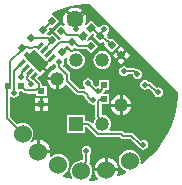
<source format=gbl>
G04*
G04 #@! TF.GenerationSoftware,Altium Limited,Altium Designer,20.0.13 (296)*
G04*
G04 Layer_Physical_Order=2*
G04 Layer_Color=1930808*
%FSLAX25Y25*%
%MOIN*%
G70*
G01*
G75*
%ADD12P,0.03062X4X270.0*%
%ADD14R,0.02165X0.02165*%
%ADD31C,0.00800*%
%ADD33C,0.04693*%
%ADD34R,0.04693X0.04693*%
%ADD35C,0.06000*%
%ADD36C,0.02000*%
%ADD37R,0.02165X0.02165*%
G04:AMPARAMS|DCode=38|XSize=27.56mil|YSize=11.81mil|CornerRadius=0mil|HoleSize=0mil|Usage=FLASHONLY|Rotation=225.000|XOffset=0mil|YOffset=0mil|HoleType=Round|Shape=Rectangle|*
%AMROTATEDRECTD38*
4,1,4,0.00557,0.01392,0.01392,0.00557,-0.00557,-0.01392,-0.01392,-0.00557,0.00557,0.01392,0.0*
%
%ADD38ROTATEDRECTD38*%

G04:AMPARAMS|DCode=39|XSize=66.93mil|YSize=39.37mil|CornerRadius=0mil|HoleSize=0mil|Usage=FLASHONLY|Rotation=135.000|XOffset=0mil|YOffset=0mil|HoleType=Round|Shape=Rectangle|*
%AMROTATEDRECTD39*
4,1,4,0.03758,-0.00974,0.00974,-0.03758,-0.03758,0.00974,-0.00974,0.03758,0.03758,-0.00974,0.0*
%
%ADD39ROTATEDRECTD39*%

%ADD40P,0.03062X4X180.0*%
G04:AMPARAMS|DCode=41|XSize=25.59mil|YSize=21.46mil|CornerRadius=0mil|HoleSize=0mil|Usage=FLASHONLY|Rotation=45.000|XOffset=0mil|YOffset=0mil|HoleType=Round|Shape=Rectangle|*
%AMROTATEDRECTD41*
4,1,4,-0.00146,-0.01663,-0.01663,-0.00146,0.00146,0.01663,0.01663,0.00146,-0.00146,-0.01663,0.0*
%
%ADD41ROTATEDRECTD41*%

%ADD42C,0.05709*%
G36*
X30122Y59377D02*
Y59377D01*
X30449Y59051D01*
X59500Y30000D01*
X59500Y28425D01*
X59163Y25294D01*
X58494Y22217D01*
X57499Y19228D01*
X56191Y16364D01*
X54584Y13655D01*
X52697Y11134D01*
X50551Y8829D01*
X48171Y6767D01*
X47398Y6230D01*
X46931Y6515D01*
X47017Y7165D01*
X46893Y8105D01*
X46530Y8981D01*
X45953Y9733D01*
X45201Y10310D01*
X44326Y10673D01*
X43386Y10796D01*
X42446Y10673D01*
X41570Y10310D01*
X40818Y9733D01*
X40241Y8981D01*
X39878Y8105D01*
X39755Y7165D01*
X39878Y6226D01*
X40241Y5350D01*
X40818Y4598D01*
X41570Y4021D01*
X42217Y3753D01*
Y3212D01*
X39910Y2256D01*
X39652Y2180D01*
X39282Y2592D01*
X39488Y3090D01*
X39559Y3634D01*
X31622D01*
X31694Y3090D01*
X32097Y2117D01*
X32738Y1281D01*
X32831Y1209D01*
X32687Y730D01*
X30648Y585D01*
X29893Y612D01*
X29740Y1088D01*
X29851Y1173D01*
X30428Y1925D01*
X30791Y2800D01*
X30915Y3740D01*
X30791Y4680D01*
X30428Y5556D01*
X29860Y6296D01*
X29942Y6419D01*
X30020Y6809D01*
Y9257D01*
X30154Y9347D01*
X30507Y9876D01*
X30631Y10500D01*
X30507Y11124D01*
X30154Y11654D01*
X29624Y12007D01*
X29000Y12131D01*
X28376Y12007D01*
X27847Y11654D01*
X27493Y11124D01*
X27369Y10500D01*
X27493Y9876D01*
X27847Y9347D01*
X27980Y9257D01*
Y7659D01*
X27604Y7329D01*
X27283Y7371D01*
X26344Y7248D01*
X25468Y6885D01*
X24716Y6308D01*
X24139Y5556D01*
X23776Y4680D01*
X23652Y3740D01*
X23776Y2800D01*
X24139Y1925D01*
X24331Y1674D01*
X24039Y1233D01*
X21331Y1924D01*
X21024Y2039D01*
X21014Y2576D01*
X21461Y2761D01*
X22213Y3338D01*
X22790Y4090D01*
X23153Y4966D01*
X23277Y5906D01*
X23153Y6845D01*
X22790Y7721D01*
X22213Y8473D01*
X21461Y9050D01*
X20585Y9413D01*
X19646Y9537D01*
X18706Y9413D01*
X17830Y9050D01*
X17230Y8589D01*
X16819Y8905D01*
X16889Y9074D01*
X16961Y9618D01*
X12992D01*
Y10118D01*
X12492D01*
Y14087D01*
X11948Y14015D01*
X10975Y13612D01*
X10656Y13367D01*
X10299Y13724D01*
X10822Y14405D01*
X11185Y15281D01*
X11308Y16220D01*
X11185Y17160D01*
X10822Y18036D01*
X10245Y18788D01*
X9493Y19365D01*
X8617Y19728D01*
X7677Y19851D01*
X6737Y19728D01*
X5941Y19398D01*
X3520Y21820D01*
Y28329D01*
X4020Y28556D01*
X4376Y28317D01*
X5000Y28193D01*
X5624Y28317D01*
X6154Y28671D01*
X6507Y29200D01*
X6631Y29825D01*
X6610Y29931D01*
X6927Y30317D01*
X7541D01*
X7762Y30096D01*
X8093Y29875D01*
X8483Y29798D01*
X9091D01*
X9263Y29683D01*
X9654Y29605D01*
X12281D01*
X12317Y29575D01*
Y28900D01*
X15683D01*
Y32265D01*
X14065D01*
Y32889D01*
X13988Y33279D01*
X13767Y33610D01*
X12618Y34759D01*
X13331Y35471D01*
X13474Y35328D01*
X15220Y37073D01*
X12146Y40146D01*
X12854Y40854D01*
X15927Y37780D01*
X16815Y38668D01*
X16954Y38529D01*
X17956Y39531D01*
X18447Y39443D01*
X18499Y39367D01*
X18846Y38846D01*
X18887Y38819D01*
X18949Y38292D01*
X18596Y37805D01*
X18406Y37780D01*
X17592Y37443D01*
X16893Y36906D01*
X16356Y36207D01*
X16019Y35393D01*
X15970Y35020D01*
X19279D01*
Y34520D01*
X19780D01*
Y31210D01*
X20153Y31259D01*
X20967Y31597D01*
X21666Y32133D01*
X21906Y32445D01*
X22569Y32489D01*
X25529Y29529D01*
X25860Y29308D01*
X26250Y29230D01*
X27828D01*
X28519Y28539D01*
Y28493D01*
X28597Y28103D01*
X28818Y27772D01*
X29453Y27137D01*
X29505Y26876D01*
X29859Y26346D01*
X30388Y25993D01*
X31012Y25869D01*
X31480Y25962D01*
X31980Y25667D01*
Y21849D01*
X32058Y21459D01*
X32070Y21440D01*
X31722Y20986D01*
X31425Y20269D01*
X31369Y19843D01*
X30841Y19664D01*
X30284Y20221D01*
X29953Y20442D01*
X29563Y20520D01*
X28446D01*
Y22446D01*
X22554D01*
Y16554D01*
X28446D01*
Y18480D01*
X29140D01*
X32188Y15433D01*
X32519Y15212D01*
X32909Y15134D01*
X40205D01*
X40560Y14779D01*
X40891Y14558D01*
X41281Y14480D01*
X43578D01*
X46049Y12009D01*
X46380Y11788D01*
X46578Y11748D01*
X46847Y11347D01*
X47376Y10993D01*
X48000Y10869D01*
X48624Y10993D01*
X49154Y11347D01*
X49507Y11876D01*
X49631Y12500D01*
X49507Y13124D01*
X49154Y13654D01*
X48624Y14007D01*
X48000Y14131D01*
X47376Y14007D01*
X47111Y13830D01*
X44721Y16221D01*
X44390Y16442D01*
X44000Y16520D01*
X41704D01*
X41349Y16874D01*
X41018Y17096D01*
X40628Y17173D01*
X36854D01*
X36607Y17673D01*
X36869Y18014D01*
X37166Y18731D01*
X37267Y19500D01*
X37166Y20269D01*
X36869Y20986D01*
X36397Y21601D01*
X35781Y22074D01*
X35065Y22371D01*
X34295Y22472D01*
X34020Y22714D01*
Y26065D01*
X36658D01*
Y29430D01*
X34774D01*
X34597Y29930D01*
X35013Y30347D01*
X35226Y30665D01*
X36658D01*
Y34030D01*
X33292D01*
Y32354D01*
X33000Y32114D01*
X32376Y31990D01*
X32122Y31820D01*
X31100Y32842D01*
X31131Y33000D01*
X31007Y33624D01*
X30654Y34154D01*
X30124Y34507D01*
X29500Y34631D01*
X28876Y34507D01*
X28346Y34154D01*
X27993Y33624D01*
X27869Y33000D01*
X27993Y32376D01*
X28346Y31846D01*
X28530Y31724D01*
X28335Y31253D01*
X28250Y31270D01*
X26672D01*
X23646Y34296D01*
Y35906D01*
X23568Y36296D01*
X23347Y36627D01*
X21476Y38498D01*
X21154Y38846D01*
X21507Y39376D01*
X21631Y40000D01*
X21507Y40624D01*
X21332Y40887D01*
X22074Y41629D01*
X22587Y41511D01*
X22624Y41471D01*
X22528Y40744D01*
X22629Y39975D01*
X22926Y39258D01*
X23399Y38643D01*
X24014Y38170D01*
X24731Y37874D01*
X25500Y37772D01*
X26269Y37874D01*
X26986Y38170D01*
X27601Y38643D01*
X28074Y39258D01*
X28371Y39975D01*
X28472Y40744D01*
X28371Y41513D01*
X28074Y42230D01*
X27601Y42845D01*
X26986Y43318D01*
X26269Y43615D01*
X25500Y43716D01*
X24731Y43615D01*
X24294Y43434D01*
X23910Y43385D01*
X23618Y43575D01*
X22700Y44493D01*
X21227Y43020D01*
X20520Y43727D01*
X22126Y45333D01*
X22239Y45607D01*
X22766D01*
X24126Y44247D01*
X25019Y45139D01*
X25542Y44616D01*
X25873Y44395D01*
X26263Y44317D01*
X29051D01*
X30374Y42994D01*
X32753Y45374D01*
X30374Y47753D01*
X29667Y47047D01*
X29279Y47365D01*
X29442Y47610D01*
X29520Y48000D01*
X29493Y48136D01*
X30349Y48993D01*
X30354Y48988D01*
X31088Y49722D01*
X31716Y49095D01*
X31247Y48626D01*
X33626Y46247D01*
X34343Y46964D01*
X34984Y46323D01*
X35029Y46239D01*
X35039Y45671D01*
X34994Y45626D01*
X37374Y43247D01*
X39753Y45626D01*
X37374Y48006D01*
X36996Y47628D01*
X36903Y47721D01*
X36572Y47942D01*
X36182Y48020D01*
X36172D01*
X35785Y48406D01*
X36006Y48626D01*
X35613Y49020D01*
X35758Y49582D01*
X36154Y49847D01*
X36507Y50376D01*
X36631Y51000D01*
X36507Y51624D01*
X36154Y52153D01*
X35624Y52507D01*
X35000Y52631D01*
X34376Y52507D01*
X33847Y52153D01*
X33493Y51624D01*
X32991Y51667D01*
X30646Y54012D01*
X28973Y52338D01*
X28549Y52622D01*
X28826Y53291D01*
X28958Y54297D01*
X28826Y55303D01*
X28438Y56241D01*
X28127Y56646D01*
X25424Y53943D01*
X25071Y54297D01*
X24717Y53943D01*
X22015Y56646D01*
X21704Y56241D01*
X21316Y55303D01*
X21183Y54297D01*
X21316Y53291D01*
X21704Y52353D01*
X21299Y52081D01*
X20626Y52753D01*
X18247Y50374D01*
X20474Y48146D01*
X20267Y47646D01*
X20018D01*
X19781Y47599D01*
X17626Y49753D01*
X16731Y48858D01*
X16417Y49068D01*
X16027Y49146D01*
X15926D01*
X15735Y49608D01*
X16753Y50626D01*
X16284Y51095D01*
X16905Y51716D01*
X17374Y51247D01*
X19753Y53626D01*
X17430Y55950D01*
X17410Y56491D01*
X19351Y57377D01*
X22339Y58372D01*
X25416Y59041D01*
X28547Y59378D01*
X30122D01*
X30122Y59377D01*
D02*
G37*
%LPC*%
G36*
X25071Y58184D02*
X24065Y58052D01*
X23127Y57664D01*
X22722Y57353D01*
X25071Y55004D01*
X27420Y57353D01*
X27015Y57664D01*
X26077Y58052D01*
X25071Y58184D01*
D02*
G37*
G36*
X40626Y45319D02*
X39507Y44200D01*
X40626Y43081D01*
X41745Y44200D01*
X40626Y45319D01*
D02*
G37*
G36*
X38800Y43493D02*
X37681Y42374D01*
X38800Y41254D01*
X39919Y42374D01*
X38800Y43493D01*
D02*
G37*
G36*
X42453D02*
X41333Y42374D01*
X42453Y41254D01*
X43572Y42374D01*
X42453Y43493D01*
D02*
G37*
G36*
X40626Y41666D02*
X39507Y40547D01*
X40626Y39428D01*
X41745Y40547D01*
X40626Y41666D01*
D02*
G37*
G36*
X34295Y43716D02*
X33526Y43615D01*
X32809Y43318D01*
X32194Y42845D01*
X31722Y42230D01*
X31425Y41513D01*
X31323Y40744D01*
X31425Y39975D01*
X31722Y39258D01*
X32194Y38643D01*
X32809Y38170D01*
X33526Y37874D01*
X34295Y37772D01*
X35065Y37874D01*
X35781Y38170D01*
X36397Y38643D01*
X36869Y39258D01*
X37166Y39975D01*
X37267Y40744D01*
X37166Y41513D01*
X36869Y42230D01*
X36397Y42845D01*
X35781Y43318D01*
X35065Y43615D01*
X34295Y43716D01*
D02*
G37*
G36*
X41500Y38631D02*
X40876Y38507D01*
X40347Y38153D01*
X39993Y37624D01*
X39869Y37000D01*
X39993Y36376D01*
X40347Y35846D01*
X40876Y35493D01*
X41500Y35369D01*
X42124Y35493D01*
X42654Y35846D01*
X42743Y35980D01*
X44373D01*
X44493Y35376D01*
X44846Y34846D01*
X45376Y34493D01*
X46000Y34369D01*
X46624Y34493D01*
X47153Y34846D01*
X47507Y35376D01*
X47631Y36000D01*
X47507Y36624D01*
X47153Y37154D01*
X46624Y37507D01*
X46000Y37631D01*
X45837Y37599D01*
X45715Y37721D01*
X45384Y37942D01*
X44994Y38020D01*
X42743D01*
X42654Y38153D01*
X42124Y38507D01*
X41500Y38631D01*
D02*
G37*
G36*
X18779Y34020D02*
X15970D01*
X16019Y33646D01*
X16356Y32832D01*
X16893Y32133D01*
X17592Y31597D01*
X18406Y31259D01*
X18779Y31210D01*
Y34020D01*
D02*
G37*
G36*
X48500Y34131D02*
X47876Y34007D01*
X47346Y33654D01*
X46993Y33124D01*
X46869Y32500D01*
X46993Y31876D01*
X47346Y31346D01*
X47876Y30993D01*
X48500Y30869D01*
X49124Y30993D01*
X49654Y31346D01*
X49706Y31352D01*
X51307Y29751D01*
X51368Y29441D01*
X51722Y28912D01*
X52251Y28559D01*
X52876Y28434D01*
X53500Y28559D01*
X54029Y28912D01*
X54383Y29441D01*
X54507Y30066D01*
X54383Y30690D01*
X54029Y31219D01*
X53500Y31573D01*
X52876Y31697D01*
X52350Y31592D01*
X50721Y33221D01*
X50390Y33442D01*
X50000Y33520D01*
X49743D01*
X49654Y33654D01*
X49124Y34007D01*
X48500Y34131D01*
D02*
G37*
G36*
X16083Y28065D02*
X14500D01*
Y26483D01*
X16083D01*
Y28065D01*
D02*
G37*
G36*
X13500D02*
X11917D01*
Y26483D01*
X13500D01*
Y28065D01*
D02*
G37*
G36*
X41020Y29030D02*
Y26221D01*
X43829D01*
X43780Y26594D01*
X43443Y27408D01*
X42906Y28107D01*
X42207Y28644D01*
X41393Y28981D01*
X41020Y29030D01*
D02*
G37*
G36*
X40020D02*
X39646Y28981D01*
X38832Y28644D01*
X38133Y28107D01*
X37597Y27408D01*
X37259Y26594D01*
X37210Y26221D01*
X40020D01*
Y29030D01*
D02*
G37*
G36*
X16083Y25483D02*
X14500D01*
Y23900D01*
X16083D01*
Y25483D01*
D02*
G37*
G36*
X13500D02*
X11917D01*
Y23900D01*
X13500D01*
Y25483D01*
D02*
G37*
G36*
X43829Y25221D02*
X41020D01*
Y22411D01*
X41393Y22460D01*
X42207Y22797D01*
X42906Y23334D01*
X43443Y24033D01*
X43780Y24847D01*
X43829Y25221D01*
D02*
G37*
G36*
X40020D02*
X37210D01*
X37259Y24847D01*
X37597Y24033D01*
X38133Y23334D01*
X38832Y22797D01*
X39646Y22460D01*
X40020Y22411D01*
Y25221D01*
D02*
G37*
G36*
X13492Y14087D02*
Y10618D01*
X16961D01*
X16889Y11162D01*
X16486Y12135D01*
X15845Y12971D01*
X15009Y13612D01*
X14036Y14015D01*
X13492Y14087D01*
D02*
G37*
G36*
X36091Y8103D02*
Y4634D01*
X39559D01*
X39488Y5178D01*
X39085Y6151D01*
X38443Y6987D01*
X37608Y7628D01*
X36635Y8031D01*
X36091Y8103D01*
D02*
G37*
G36*
X35091D02*
X34546Y8031D01*
X33573Y7628D01*
X32738Y6987D01*
X32097Y6151D01*
X31694Y5178D01*
X31622Y4634D01*
X35091D01*
Y8103D01*
D02*
G37*
%LPD*%
D12*
X30374Y45374D02*
D03*
X33626Y48626D02*
D03*
X10626Y48126D02*
D03*
X7374Y44874D02*
D03*
X20874Y43374D02*
D03*
X24126Y46626D02*
D03*
D14*
X7300Y32000D02*
D03*
X2700D02*
D03*
D31*
X26259Y48997D02*
X27402Y47854D01*
X20626Y50374D02*
X21126D01*
X22343Y49158D01*
X24541D01*
X24701Y48997D01*
X26259D01*
X52434Y30066D02*
X52876D01*
X50000Y32500D02*
X52434Y30066D01*
X7273Y35264D02*
X7502Y35493D01*
X9273Y35346D02*
X9517Y35591D01*
X9273Y34518D02*
Y35346D01*
Y34518D02*
X10253Y33538D01*
Y32854D02*
X10482Y32625D01*
X9654Y30625D02*
X12281D01*
X9461Y30817D02*
X9654Y30625D01*
X8483Y30817D02*
X9461D01*
X9517Y35856D02*
X10273Y36612D01*
X9517Y35591D02*
Y35856D01*
X11190Y35014D02*
X11665Y35489D01*
X11190Y34745D02*
Y35014D01*
Y34745D02*
X13046Y32889D01*
X5000Y37176D02*
X7489Y39665D01*
X12281Y30625D02*
X13120Y31463D01*
X29000Y6809D02*
Y10500D01*
X44994Y37000D02*
X45994Y36000D01*
X46000D01*
X41500Y37000D02*
X44994D01*
X32909Y16153D02*
X40628D01*
X41281Y15500D02*
X44000D01*
X40628Y16153D02*
X41281Y15500D01*
X47770Y12730D02*
X48000Y12500D01*
X46770Y12730D02*
X47770D01*
X44000Y15500D02*
X46770Y12730D01*
X27283Y3740D02*
Y5092D01*
X29000Y6809D01*
X30532Y27500D02*
X31012D01*
X29539Y28493D02*
X30532Y27500D01*
X32017Y30483D02*
X33000D01*
X29500Y33000D02*
X32017Y30483D01*
X33000D02*
X33301D01*
X33682Y27882D02*
X34958D01*
X33000Y27200D02*
X33682Y27882D01*
X33000Y21849D02*
Y27200D01*
X33301Y30483D02*
X33504Y30279D01*
X34292Y31068D01*
Y31665D02*
X34975Y32348D01*
X34292Y31068D02*
Y31665D01*
X29539Y28493D02*
Y28961D01*
X28250Y30250D02*
X29539Y28961D01*
X26250Y30250D02*
X28250D01*
X22626Y33874D02*
X26250Y30250D01*
X20000Y38335D02*
Y40000D01*
Y38335D02*
X20469Y37866D01*
X20666D01*
X22626Y35906D01*
Y33874D02*
Y35906D01*
X2500Y21398D02*
X7677Y16220D01*
X2500Y31800D02*
X2700Y32000D01*
X2500Y21398D02*
Y31800D01*
X5000Y29825D02*
Y37176D01*
X3200Y31500D02*
X3500Y31800D01*
Y40328D01*
X33875Y48875D02*
X35749Y47000D01*
X33626Y48626D02*
Y49302D01*
X35000Y50675D01*
Y51000D01*
X30753Y51500D02*
X33626Y48626D01*
X37200Y46200D02*
X37374Y46374D01*
X36982Y46200D02*
X37200D01*
X36182Y47000D02*
X36982Y46200D01*
X35749Y47000D02*
X36182D01*
X37374Y45626D02*
Y46374D01*
X30500Y51500D02*
X30753D01*
X3500Y40328D02*
X7374Y44202D01*
X7500Y45000D02*
X9828D01*
X7374Y44874D02*
X7500Y45000D01*
X9955Y44874D02*
X10727D01*
X9828Y45000D02*
X9955Y44874D01*
X7374Y44202D02*
Y44874D01*
X10273Y36612D02*
Y36881D01*
X8881Y38003D02*
Y38273D01*
X7502Y36625D02*
X8881Y38003D01*
X7502Y35493D02*
Y36625D01*
X10253Y32854D02*
Y33538D01*
X7800Y31500D02*
X8483Y30817D01*
X13046Y31254D02*
X13500Y30800D01*
X13046Y31254D02*
Y32889D01*
X10000Y36608D02*
X10273Y36881D01*
X10000Y36500D02*
Y36608D01*
X48500Y32500D02*
X50000D01*
X49806Y25721D02*
X51505Y27420D01*
X40520Y25721D02*
X49806D01*
X25500Y19500D02*
X29563D01*
X32909Y16153D01*
X14374Y50626D02*
X17374Y53626D01*
X17135Y47018D02*
X17626D01*
X10626Y48126D02*
X13928D01*
X13959Y48095D01*
X14788D01*
X14819Y48126D01*
X16027D01*
X17135Y47018D01*
X26263Y45337D02*
X30871D01*
X24973Y46626D02*
X26263Y45337D01*
X20018Y46626D02*
X24126D01*
X24973D01*
X17242Y41335D02*
X17511D01*
X16380Y40473D02*
X17242Y41335D01*
X16327Y40473D02*
X16380D01*
X15536Y39682D02*
X16327Y40473D01*
X13318Y39682D02*
X15536D01*
X12500Y40500D02*
X13318Y39682D01*
X12778Y44954D02*
X13335Y45511D01*
X12509Y44954D02*
X12778D01*
X12310Y45153D02*
X12509Y44954D01*
X12045Y45153D02*
X12310D01*
X11940Y45258D02*
X12045Y45153D01*
X11111Y45258D02*
X11940D01*
X10727Y44874D02*
X11111Y45258D01*
X14727Y44119D02*
X17626Y47018D01*
X16119Y42727D02*
X20018Y46626D01*
X28354Y47854D02*
X28500Y48000D01*
X27402Y47854D02*
X28354D01*
X25710Y53463D02*
X29874Y57626D01*
X25710Y53427D02*
Y53463D01*
X33000Y21849D02*
X34295Y20553D01*
Y19500D02*
Y20553D01*
Y39691D02*
Y40744D01*
D33*
X19279Y34520D02*
D03*
X25500Y40744D02*
D03*
X34295D02*
D03*
X40520Y25721D02*
D03*
X34295Y19500D02*
D03*
D34*
X25500D02*
D03*
D35*
X7677Y16220D02*
D03*
X12992Y10118D02*
D03*
X19646Y5906D02*
D03*
X27283Y3740D02*
D03*
X35591Y4134D02*
D03*
X43386Y7165D02*
D03*
D36*
X52876Y30066D02*
D03*
X7273Y35264D02*
D03*
X10482Y32625D02*
D03*
X29000Y10500D02*
D03*
X46000Y36000D02*
D03*
X48000Y12500D02*
D03*
X31012Y27500D02*
D03*
X29500Y33000D02*
D03*
X33000Y30483D02*
D03*
X20000Y40000D02*
D03*
X5000Y29825D02*
D03*
X41500Y37000D02*
D03*
X35000Y51000D02*
D03*
X25500D02*
D03*
X9048Y42317D02*
D03*
X48500Y32500D02*
D03*
D37*
X34975Y27748D02*
D03*
Y32348D02*
D03*
X14000Y30583D02*
D03*
Y25983D02*
D03*
D38*
X13335Y45511D02*
D03*
X14727Y44119D02*
D03*
X16119Y42727D02*
D03*
X17511Y41335D02*
D03*
X11665Y35489D02*
D03*
X10273Y36881D02*
D03*
X8881Y38273D02*
D03*
X7489Y39665D02*
D03*
D39*
X12500Y40500D02*
D03*
D40*
X14374Y50626D02*
D03*
X17626Y47374D02*
D03*
X17374Y53626D02*
D03*
X20626Y50374D02*
D03*
X40626Y42374D02*
D03*
X37374Y45626D02*
D03*
D41*
X30500Y51500D02*
D03*
X27861Y48870D02*
D03*
D42*
X25071Y54297D02*
D03*
M02*

</source>
